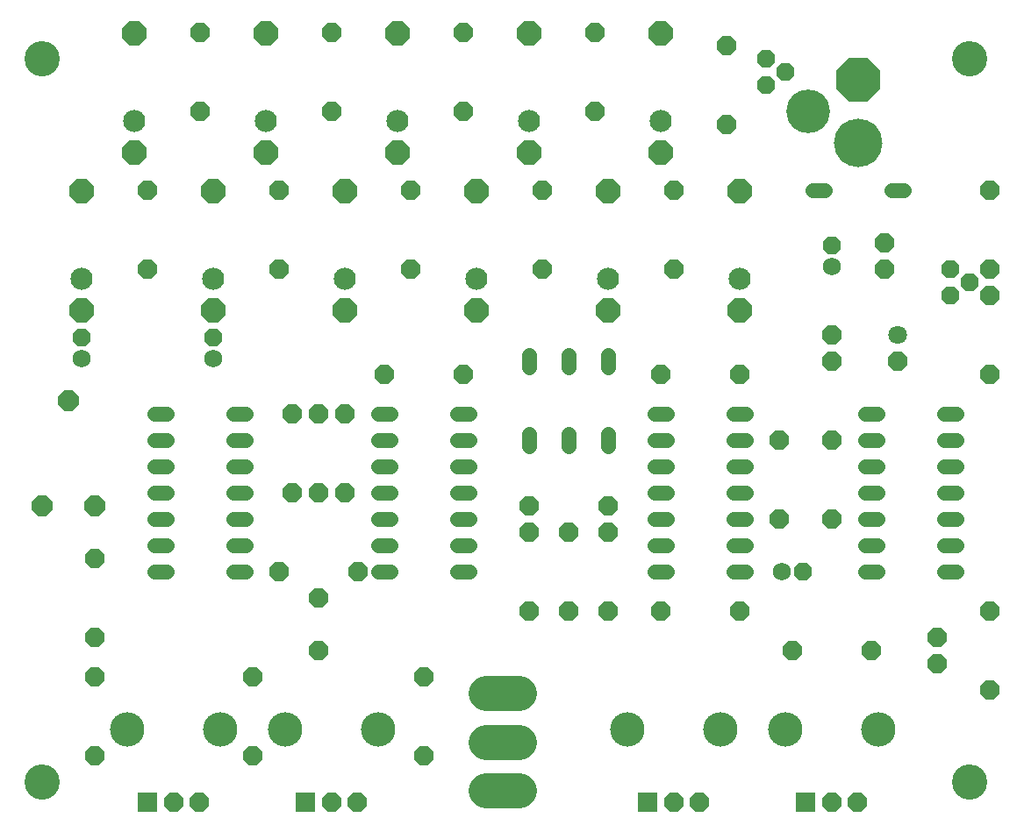
<source format=gbr>
G04 EAGLE Gerber RS-274X export*
G75*
%MOMM*%
%FSLAX34Y34*%
%LPD*%
%INSoldermask Top*%
%IPPOS*%
%AMOC8*
5,1,8,0,0,1.08239X$1,22.5*%
G01*
%ADD10P,1.869504X8X112.500000*%
%ADD11C,1.727200*%
%ADD12P,2.034460X8X112.500000*%
%ADD13P,2.034460X8X292.500000*%
%ADD14P,1.951982X8X292.500000*%
%ADD15C,1.803400*%
%ADD16P,1.869504X8X22.500000*%
%ADD17C,1.422400*%
%ADD18P,1.869504X8X292.500000*%
%ADD19C,4.673600*%
%ADD20P,4.618775X8X22.500000*%
%ADD21C,4.216400*%
%ADD22P,1.979475X8X292.500000*%
%ADD23P,1.979475X8X112.500000*%
%ADD24P,1.979475X8X22.500000*%
%ADD25P,2.144431X8X22.500000*%
%ADD26P,1.979475X8X202.500000*%
%ADD27C,3.403600*%
%ADD28P,2.584314X8X22.500000*%
%ADD29C,2.133600*%
%ADD30R,1.853200X1.853200*%
%ADD31P,2.005885X8X292.500000*%
%ADD32C,3.319200*%
%ADD33C,3.403200*%


D10*
X812800Y568960D03*
D11*
X812800Y548640D03*
D12*
X863600Y546100D03*
X863600Y571500D03*
D13*
X812800Y482600D03*
X812800Y457200D03*
D14*
X876300Y457200D03*
D15*
X876300Y482600D03*
D10*
X215900Y480060D03*
D11*
X215900Y459740D03*
D16*
X784860Y254000D03*
D11*
X764540Y254000D03*
D13*
X317500Y228600D03*
X317500Y177800D03*
D17*
X520700Y451104D02*
X520700Y463296D01*
X520700Y387096D02*
X520700Y374904D01*
X596900Y451104D02*
X596900Y463296D01*
X596900Y387096D02*
X596900Y374904D01*
X558800Y451104D02*
X558800Y463296D01*
X558800Y387096D02*
X558800Y374904D01*
X844804Y406400D02*
X856996Y406400D01*
X856996Y381000D02*
X844804Y381000D01*
X844804Y254000D02*
X856996Y254000D01*
X921004Y254000D02*
X933196Y254000D01*
X856996Y355600D02*
X844804Y355600D01*
X844804Y330200D02*
X856996Y330200D01*
X856996Y279400D02*
X844804Y279400D01*
X844804Y304800D02*
X856996Y304800D01*
X921004Y279400D02*
X933196Y279400D01*
X933196Y304800D02*
X921004Y304800D01*
X921004Y330200D02*
X933196Y330200D01*
X933196Y355600D02*
X921004Y355600D01*
X921004Y381000D02*
X933196Y381000D01*
X933196Y406400D02*
X921004Y406400D01*
D18*
X927100Y546100D03*
X946150Y533400D03*
X927100Y520700D03*
D17*
X171196Y406400D02*
X159004Y406400D01*
X159004Y381000D02*
X171196Y381000D01*
X171196Y254000D02*
X159004Y254000D01*
X235204Y254000D02*
X247396Y254000D01*
X171196Y355600D02*
X159004Y355600D01*
X159004Y330200D02*
X171196Y330200D01*
X171196Y279400D02*
X159004Y279400D01*
X159004Y304800D02*
X171196Y304800D01*
X235204Y279400D02*
X247396Y279400D01*
X247396Y304800D02*
X235204Y304800D01*
X235204Y330200D02*
X247396Y330200D01*
X247396Y355600D02*
X235204Y355600D01*
X235204Y381000D02*
X247396Y381000D01*
X247396Y406400D02*
X235204Y406400D01*
X641604Y406400D02*
X653796Y406400D01*
X653796Y381000D02*
X641604Y381000D01*
X641604Y254000D02*
X653796Y254000D01*
X717804Y254000D02*
X729996Y254000D01*
X653796Y355600D02*
X641604Y355600D01*
X641604Y330200D02*
X653796Y330200D01*
X653796Y279400D02*
X641604Y279400D01*
X641604Y304800D02*
X653796Y304800D01*
X717804Y279400D02*
X729996Y279400D01*
X729996Y304800D02*
X717804Y304800D01*
X717804Y330200D02*
X729996Y330200D01*
X729996Y355600D02*
X717804Y355600D01*
X717804Y381000D02*
X729996Y381000D01*
X729996Y406400D02*
X717804Y406400D01*
X387096Y406400D02*
X374904Y406400D01*
X374904Y381000D02*
X387096Y381000D01*
X387096Y254000D02*
X374904Y254000D01*
X451104Y254000D02*
X463296Y254000D01*
X387096Y355600D02*
X374904Y355600D01*
X374904Y330200D02*
X387096Y330200D01*
X387096Y279400D02*
X374904Y279400D01*
X374904Y304800D02*
X387096Y304800D01*
X451104Y279400D02*
X463296Y279400D01*
X463296Y304800D02*
X451104Y304800D01*
X451104Y330200D02*
X463296Y330200D01*
X463296Y355600D02*
X451104Y355600D01*
X451104Y381000D02*
X463296Y381000D01*
X463296Y406400D02*
X451104Y406400D01*
D19*
X838200Y667500D03*
D20*
X838200Y728500D03*
D21*
X790200Y698500D03*
D22*
X101600Y152400D03*
X101600Y76200D03*
D23*
X457200Y698500D03*
X457200Y774700D03*
X584200Y698500D03*
X584200Y774700D03*
D22*
X711200Y762000D03*
X711200Y685800D03*
X254000Y152400D03*
X254000Y76200D03*
X203200Y774700D03*
X203200Y698500D03*
X330200Y774700D03*
X330200Y698500D03*
X596900Y292100D03*
X596900Y215900D03*
D24*
X279400Y254000D03*
X355600Y254000D03*
D23*
X762000Y304800D03*
X762000Y381000D03*
X558800Y215900D03*
X558800Y292100D03*
D25*
X50800Y317500D03*
X101600Y317500D03*
X76200Y419100D03*
D23*
X342900Y330200D03*
X342900Y406400D03*
D22*
X279400Y622300D03*
X279400Y546100D03*
X152400Y622300D03*
X152400Y546100D03*
D24*
X381000Y444500D03*
X457200Y444500D03*
D23*
X101600Y190500D03*
X101600Y266700D03*
X419100Y76200D03*
X419100Y152400D03*
D22*
X533400Y622300D03*
X533400Y546100D03*
X660400Y622300D03*
X660400Y546100D03*
X520700Y292100D03*
X520700Y215900D03*
D23*
X292100Y330200D03*
X292100Y406400D03*
D22*
X406400Y622300D03*
X406400Y546100D03*
D26*
X723900Y444500D03*
X647700Y444500D03*
D23*
X965200Y444500D03*
X965200Y520700D03*
D24*
X774700Y177800D03*
X850900Y177800D03*
X520700Y317500D03*
X596900Y317500D03*
D22*
X317500Y406400D03*
X317500Y330200D03*
D26*
X723900Y215900D03*
X647700Y215900D03*
D27*
X511302Y135890D02*
X479298Y135890D01*
X479298Y88900D02*
X511302Y88900D01*
X511302Y41910D02*
X479298Y41910D01*
D28*
X393700Y773900D03*
D29*
X393700Y688900D03*
D28*
X393700Y658900D03*
X469900Y621500D03*
D29*
X469900Y536500D03*
D28*
X469900Y506500D03*
X723900Y621500D03*
D29*
X723900Y536500D03*
D28*
X723900Y506500D03*
X596900Y621500D03*
D29*
X596900Y536500D03*
D28*
X596900Y506500D03*
X520700Y773900D03*
D29*
X520700Y688900D03*
D28*
X520700Y658900D03*
X647700Y773900D03*
D29*
X647700Y688900D03*
D28*
X647700Y658900D03*
X139700Y773900D03*
D29*
X139700Y688900D03*
D28*
X139700Y658900D03*
X266700Y773900D03*
D29*
X266700Y688900D03*
D28*
X266700Y658900D03*
X88900Y621500D03*
D29*
X88900Y536500D03*
D28*
X88900Y506500D03*
X342900Y621500D03*
D29*
X342900Y536500D03*
D28*
X342900Y506500D03*
X215900Y621500D03*
D29*
X215900Y536500D03*
D28*
X215900Y506500D03*
D30*
X152800Y31600D03*
D31*
X177800Y31600D03*
X202800Y31600D03*
D32*
X222800Y101600D03*
X132800Y101600D03*
D30*
X305200Y31600D03*
D31*
X330200Y31600D03*
X355200Y31600D03*
D32*
X375200Y101600D03*
X285200Y101600D03*
D30*
X787800Y31600D03*
D31*
X812800Y31600D03*
X837800Y31600D03*
D32*
X857800Y101600D03*
X767800Y101600D03*
D30*
X635400Y31600D03*
D31*
X660400Y31600D03*
X685400Y31600D03*
D32*
X705400Y101600D03*
X615400Y101600D03*
D33*
X50800Y749300D03*
X946150Y749300D03*
X50800Y50800D03*
X946150Y50800D03*
D10*
X88900Y480060D03*
D11*
X88900Y459740D03*
D22*
X965200Y215900D03*
X965200Y139700D03*
X914400Y190500D03*
X914400Y165100D03*
D10*
X749300Y723900D03*
X768350Y736600D03*
X749300Y749300D03*
D17*
X794004Y622300D02*
X806196Y622300D01*
X870204Y622300D02*
X882396Y622300D01*
D22*
X965200Y622300D03*
X965200Y546100D03*
X812800Y381000D03*
X812800Y304800D03*
M02*

</source>
